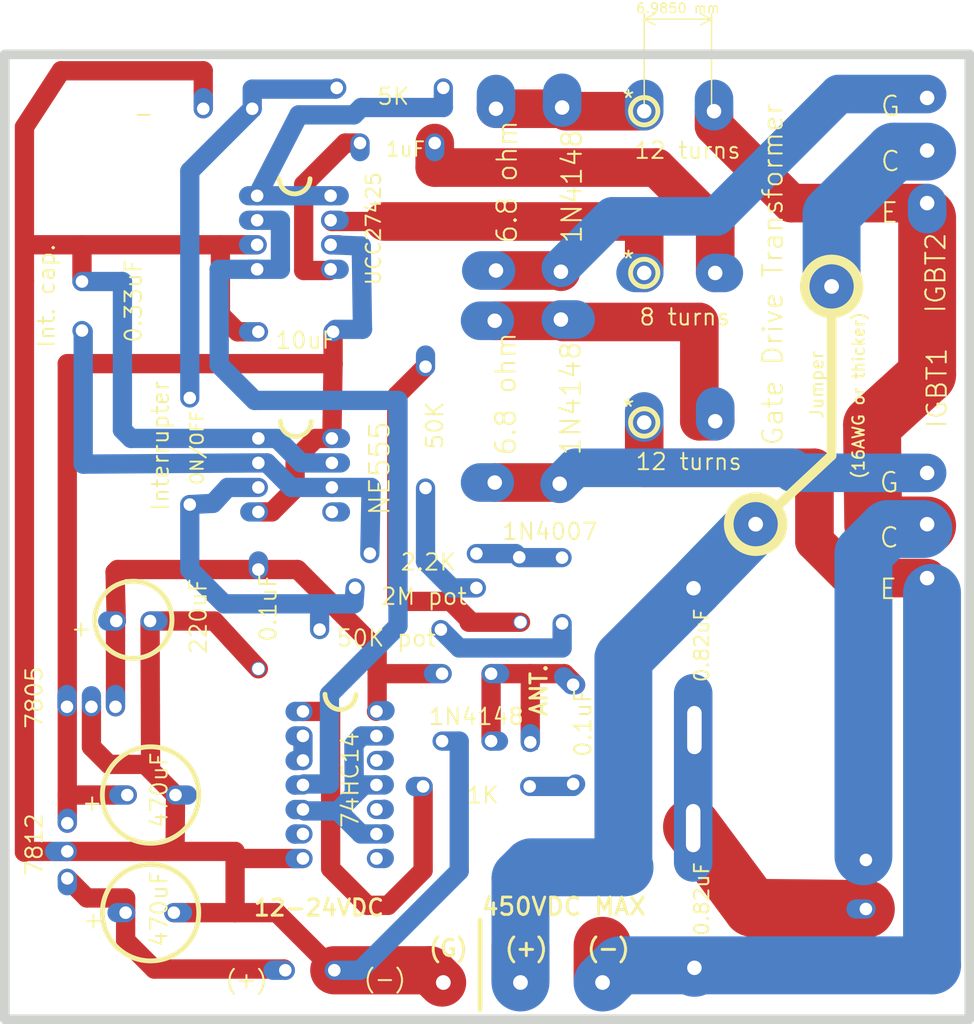
<source format=kicad_pcb>
(kicad_pcb (version 20211014) (generator pcbnew)
  (layers (0 "F.Cu" signal) (31 "B.Cu" signal) (34 "B.Paste" user) (35 "F.Paste" user) (36 "B.SilkS" user "B.Silkscreen") (37 "F.SilkS" user "F.Silkscreen") (38 "B.Mask" user) (39 "F.Mask" user) (44 "Edge.Cuts" user))
  (net 0 "")
  (net 1 "S$1295")
  (footprint "AutoGenerated:Pad_1.52mm" (layer "F.Cu") (at 153.924 115.57)
    (fp_text reference "" (at 0 0) (layer "F.SilkS") (effects (font (size 1.27 1.27))))
    (fp_text value "" (at 0 0) (layer "F.SilkS") (effects (font (size 1.27 1.27))))
    (pad "52" thru_hole rect locked (at 0 0) (size 1.524 1.524) (drill 1.3) (layers *.Cu *.Paste *.Mask) (net 1 "S$1295"))
  )
  (footprint "AutoGenerated:Pad_1.52mm" (layer "F.Cu") (at 170.942 114.3)
    (fp_text reference "" (at 0 0) (layer "F.SilkS") (effects (font (size 1.27 1.27))))
    (fp_text value "" (at 0 0) (layer "F.SilkS") (effects (font (size 1.27 1.27))))
    (pad "6" thru_hole rect locked (at 0 0) (size 1.524 5) (drill oval 1.5 5) (layers *.Cu *.Paste *.Mask) (net 1 "S$1295"))
  )
  (footprint "AutoGenerated:Pad_1.52mm" (layer "F.Cu") (at 170.815 124.46)
    (fp_text reference "" (at 0 0) (layer "F.SilkS") (effects (font (size 1.27 1.27))))
    (fp_text value "" (at 0 0) (layer "F.SilkS") (effects (font (size 1.27 1.27))))
    (pad "6" thru_hole rect locked (at 0 0) (size 1.524 5) (drill oval 1.5 5) (layers *.Cu *.Paste *.Mask) (net 1 "S$1295"))
  )
  (footprint "AutoGenerated:Pad_1.52mm" (layer "F.Cu") (at 125.603 58.928)
    (fp_text reference "" (at 0 0) (layer "F.SilkS") (effects (font (size 1.27 1.27))))
    (fp_text value "" (at 0 0) (layer "F.SilkS") (effects (font (size 1.27 1.27))))
    (pad "25" thru_hole rect locked (at 0 0) (size 1.524 1.524) (drill 1.3) (layers *.Cu *.Paste *.Mask) (net 1 "S$1295"))
  )
  (footprint "AutoGenerated:Pad_1.52mm" (layer "F.Cu") (at 125.73 84.074)
    (fp_text reference "" (at 0 0) (layer "F.SilkS") (effects (font (size 1.27 1.27))))
    (fp_text value "" (at 0 0) (layer "F.SilkS") (effects (font (size 1.27 1.27))))
    (pad "25" thru_hole rect locked (at 0 0) (size 1.524 1.524) (drill 1.3) (layers *.Cu *.Paste *.Mask) (net 1 "S$1295"))
  )
  (footprint "AutoGenerated:Pad_1.52mm" (layer "F.Cu") (at 130.353 112.368)
    (fp_text reference "" (at 0 0) (layer "F.SilkS") (effects (font (size 1.27 1.27))))
    (fp_text value "" (at 0 0) (layer "F.SilkS") (effects (font (size 1.27 1.27))))
    (pad "25" thru_hole rect locked (at 0 0) (size 1.524 1.524) (drill 1.3) (layers *.Cu *.Paste *.Mask) (net 1 "S$1295"))
  )
  (gr_circle (center 114.554 121.031) (end 119.554 121.031) (layer "F.SilkS") (width 0.5) (fill none))
  (gr_line (start 148.717 133.985) (end 148.717 143.256) (layer "F.SilkS") (width 0.5))
  (gr_line (start 185.166 85.852) (end 185.166 71.247) (layer "F.SilkS") (width 1))
  (gr_arc (start 131.215 82.312) (mid 129.608107 83.875386) (end 128.016723 82.296217) (layer "F.SilkS") (width 0.5))
  (gr_circle (center 185.166 68.326) (end 187.96 68.326) (layer "F.SilkS") (width 1) (fill none))
  (gr_line (start 179.451 91.186) (end 185.166 85.852) (layer "F.SilkS") (width 1))
  (gr_circle (center 177.292 92.964) (end 180.086 92.964) (layer "F.SilkS") (width 1) (fill none))
  (gr_arc (start 131.088 57.166) (mid 129.481107 58.729386) (end 127.889723 57.150217) (layer "F.SilkS") (width 0.5))
  (gr_circle (center 165.735 66.929) (end 167.155 66.929) (layer "F.SilkS") (width 0.5) (fill none))
  (gr_arc (start 135.839 110.606) (mid 134.231125 112.170386) (end 132.638723 110.590252) (layer "F.SilkS") (width 0.5))
  (gr_circle (center 165.735 50.165) (end 167.155 50.165) (layer "F.SilkS") (width 0.5) (fill none))
  (gr_circle (center 114.554 133.223) (end 119.554 133.223) (layer "F.SilkS") (width 0.5) (fill none))
  (gr_circle (center 112.776 102.87) (end 116.776 102.87) (layer "F.SilkS") (width 0.5) (fill none))
  (gr_circle (center 165.735 82.423) (end 167.155 82.423) (layer "F.SilkS") (width 0.5) (fill none))
  (gr_line (start 152.22 144.272) (end 99.441 144.272) (layer "Edge.Cuts") (width 1))
  (gr_line (start 99.441 44.272) (end 199.441 44.272) (layer "Edge.Cuts") (width 1))
  (gr_line (start 99.441 144.272) (end 99.441 44.272) (layer "Edge.Cuts") (width 1))
  (gr_line (start 199.441 144.272) (end 152.22 144.272) (layer "Edge.Cuts") (width 1))
  (gr_line (start 199.441 44.272) (end 199.441 144.272) (layer "Edge.Cuts") (width 1))
  (gr_text "*" (at 163.322 80.899) (layer "F.SilkS") (effects (font (size 1.7 1.7) (thickness 0.203)) (justify left)))
  (gr_text "*" (at 163.322 48.895) (layer "F.SilkS") (effects (font (size 1.7 1.7) (thickness 0.203)) (justify left)))
  (gr_text "E" (at 189.992 99.695) (layer "F.SilkS") (effects (font (size 2.032 2.032) (thickness 0.203)) (justify left)))
  (gr_text "50K pot" (at 133.731 104.775) (layer "F.SilkS") (effects (font (size 1.7 1.7) (thickness 0.203)) (justify left)))
  (gr_text "6.8 ohm" (at 151.511 64.008 90) (layer "F.SilkS") (effects (font (size 2.032 2.032) (thickness 0.203)) (justify left)))
  (gr_text "(-)" (at 136.525 140.081) (layer "F.SilkS") (effects (font (size 1.7 1.7) (thickness 0.203)) (justify left)))
  (gr_text "12 turns" (at 164.592 54.229) (layer "F.SilkS") (effects (font (size 1.7 1.7) (thickness 0.203)) (justify left)))
  (gr_text "7805" (at 102.489 114.3 90) (layer "F.SilkS") (effects (font (size 1.7 1.7) (thickness 0.203)) (justify left)))
  (gr_text "IGBT1" (at 196.088 83.185 90) (layer "F.SilkS") (effects (font (size 2 2) (thickness 0.203)) (justify left)))
  (gr_text "1K" (at 147.193 121.031) (layer "F.SilkS") (effects (font (size 1.7 1.7) (thickness 0.203)) (justify left)))
  (gr_text "C" (at 189.992 94.361) (layer "F.SilkS") (effects (font (size 2.032 2.032) (thickness 0.203)) (justify left)))
  (gr_text "ANT." (at 154.813 113.03 90) (layer "F.SilkS") (effects (font (size 1.7 1.7) (thickness 0.3)) (justify left)))
  (gr_text "(G)" (at 143.256 136.906) (layer "F.SilkS") (effects (font (size 1.7 1.7) (thickness 0.3)) (justify left)))
  (gr_text "Int. cap." (at 103.759 74.803 90) (layer "F.SilkS") (effects (font (size 1.7 1.7) (thickness 0.203)) (justify left)))
  (gr_text "1uF" (at 138.811 54.102) (layer "F.SilkS") (effects (font (size 1.5 1.5) (thickness 0.203)) (justify left)))
  (gr_text "2M pot" (at 138.303 100.457) (layer "F.SilkS") (effects (font (size 1.7 1.7) (thickness 0.203)) (justify left)))
  (gr_text "1N4148" (at 143.256 112.903) (layer "F.SilkS") (effects (font (size 1.7 1.7) (thickness 0.203)) (justify left)))
  (gr_text "0.82uF" (at 171.704 109.474 90) (layer "F.SilkS") (effects (font (size 1.5 1.5) (thickness 0.203)) (justify left)))
  (gr_text "0.82uF" (at 171.704 135.763 90) (layer "F.SilkS") (effects (font (size 1.5 1.5) (thickness 0.203)) (justify left)))
  (gr_text "2.2K" (at 140.335 96.901) (layer "F.SilkS") (effects (font (size 1.7 1.7) (thickness 0.203)) (justify left)))
  (gr_text "(+)" (at 151.13 136.906) (layer "F.SilkS") (effects (font (size 1.7 1.7) (thickness 0.3)) (justify left)))
  (gr_text "1N4148" (at 158.115 85.979 90) (layer "F.SilkS") (effects (font (size 2.032 2.032) (thickness 0.203)) (justify left)))
  (gr_text "IGBT2" (at 195.961 71.247 90) (layer "F.SilkS") (effects (font (size 2 2) (thickness 0.203)) (justify left)))
  (gr_text "74HC14" (at 135.255 124.587 90) (layer "F.SilkS") (effects (font (size 1.7 1.7) (thickness 0.203)) (justify left)))
  (gr_text "220uF" (at 119.507 106.553 90) (layer "F.SilkS") (effects (font (size 1.7 1.7) (thickness 0.203)) (justify left)))
  (gr_text "Interrupter" (at 115.57 91.694 90) (layer "F.SilkS") (effects (font (size 1.7 1.7) (thickness 0.203)) (justify left)))
  (gr_text "(-)" (at 159.639 136.906) (layer "F.SilkS") (effects (font (size 1.7 1.7) (thickness 0.3)) (justify left)))
  (gr_text "Gate Drive Transformer" (at 179.07 84.963 90) (layer "F.SilkS") (effects (font (size 2.032 2.032) (thickness 0.203)) (justify left)))
  (gr_text "C" (at 190.119 55.361) (layer "F.SilkS") (effects (font (size 2.032 2.032) (thickness 0.203)) (justify left)))
  (gr_text "(+)" (at 122.174 140.208) (layer "F.SilkS") (effects (font (size 1.7 1.7) (thickness 0.203)) (justify left)))
  (gr_text "470uF" (at 115.443 136.906 90) (layer "F.SilkS") (effects (font (size 1.7 1.7) (thickness 0.203)) (justify left)))
  (gr_text "50K" (at 144.018 85.344 90) (layer "F.SilkS") (effects (font (size 1.7 1.7) (thickness 0.203)) (justify left)))
  (gr_text "0.1uF" (at 159.385 117.221 90) (layer "F.SilkS") (effects (font (size 1.7 1.7) (thickness 0.203)) (justify left)))
  (gr_text "0.1uF" (at 126.746 105.283 90) (layer "F.SilkS") (effects (font (size 1.7 1.7) (thickness 0.203)) (justify left)))
  (gr_text "*" (at 163.322 65.532) (layer "F.SilkS") (effects (font (size 1.7 1.7) (thickness 0.203)) (justify left)))
  (gr_text "E" (at 190.119 60.695) (layer "F.SilkS") (effects (font (size 2.032 2.032) (thickness 0.203)) (justify left)))
  (gr_text "10uF" (at 127.381 73.914) (layer "F.SilkS") (effects (font (size 1.7 1.7) (thickness 0.203)) (justify left)))
  (gr_text "+" (at 107.315 121.793) (layer "F.SilkS") (effects (font (size 1.7 1.7) (thickness 0.203)) (justify left)))
  (gr_text "8 turns" (at 165.1 71.501) (layer "F.SilkS") (effects (font (size 1.7 1.7) (thickness 0.203)) (justify left)))
  (gr_text "+" (at 106.172 103.759) (layer "F.SilkS") (effects (font (size 1.7 1.7) (thickness 0.203)) (justify left)))
  (gr_text "NE555" (at 138.303 92.202 90) (layer "F.SilkS") (effects (font (size 2.032 2.032) (thickness 0.203)) (justify left)))
  (gr_text "-" (at 112.649 50.419) (layer "F.SilkS") (effects (font (size 1.7 1.7) (thickness 0.203)) (justify left)))
  (gr_text "450VDC MAX" (at 148.717 132.588) (layer "F.SilkS") (effects (font (size 1.8 1.8) (thickness 0.3)) (justify left)))
  (gr_text "UCC27425" (at 137.668 68.326 90) (layer "F.SilkS") (effects (font (size 1.5 1.5) (thickness 0.203)) (justify left)))
  (gr_text "6.8 ohm" (at 151.384 85.979 90) (layer "F.SilkS") (effects (font (size 2.032 2.032) (thickness 0.203)) (justify left)))
  (gr_text "1N4148" (at 158.242 64.008 90) (layer "F.SilkS") (effects (font (size 2.032 2.032) (thickness 0.203)) (justify left)))
  (gr_text "5K" (at 137.922 48.641) (layer "F.SilkS") (effects (font (size 1.7 1.7) (thickness 0.203)) (justify left)))
  (gr_text "12 turns" (at 164.719 86.487) (layer "F.SilkS") (effects (font (size 1.7 1.7) (thickness 0.203)) (justify left)))
  (gr_text "(16AWG or thicker)" (at 187.96 88.392 90) (layer "F.SilkS") (effects (font (size 1.2 1.2) (thickness 0.203)) (justify left)))
  (gr_text "G" (at 189.992 88.646) (layer "F.SilkS") (effects (font (size 2.032 2.032) (thickness 0.203)) (justify left)))
  (gr_text "Jumper" (at 183.642 82.169 90) (layer "F.SilkS") (effects (font (size 1.3 1.3) (thickness 0.203)) (justify left)))
  (gr_text "0.33uF" (at 112.776 74.295 90) (layer "F.SilkS") (effects (font (size 1.7 1.7) (thickness 0.203)) (justify left)))
  (gr_text "+" (at 107.442 133.985) (layer "F.SilkS") (effects (font (size 1.7 1.7) (thickness 0.203)) (justify left)))
  (gr_text "470uF" (at 115.443 124.587 90) (layer "F.SilkS") (effects (font (size 1.7 1.7) (thickness 0.203)) (justify left)))
  (gr_text "12-24VDC" (at 125.095 132.715) (layer "F.SilkS") (effects (font (size 1.7 1.7) (thickness 0.3)) (justify left)))
  (gr_text "7812" (at 102.489 129.54 90) (layer "F.SilkS") (effects (font (size 1.7 1.7) (thickness 0.203)) (justify left)))
  (gr_text "ON/OFF" (at 119.38 89.027 90) (layer "F.SilkS") (effects (font (size 1.3 1.3) (thickness 0.203)) (justify left)))
  (gr_text "G" (at 190.119 49.646) (layer "F.SilkS") (effects (font (size 2.032 2.032) (thickness 0.203)) (justify left)))
  (gr_text "1N4007" (at 150.876 93.726) (layer "F.SilkS") (effects (font (size 1.7 1.7) (thickness 0.203)) (justify left)))
  (dimension (type aligned) (layer "F.SilkS") (pts (xy 165.735 50.165) (xy 172.72 50.165)) (height -9.525) (gr_text "6.9850 mm" (at 169.2275 39.49) (layer "F.SilkS") (effects (font (size 1 1) (thickness 0.15)))) (format (units 3) (units_format 1) (precision 4)) (style (thickness 0.15) (arrow_length 1.27) (text_position_mode 0) (extension_height 0.58642) (extension_offset 0.5) keep_text_aligned))
  (segment (start 129.54 86.233) (end 131.699 84.074) (width 2) (layer "F.Cu") (net 1))
  (segment (start 138.049 112.293) (end 137.973 112.367) (width 2) (layer "F.Cu") (net 1))
  (segment (start 128.397 139.065) (end 128.524 139.192) (width 2) (layer "F.Cu") (net 1))
  (segment (start 149.86 108.458) (end 149.86 115.443) (width 2) (layer "F.Cu") (net 1))
  (segment (start 165.735 66.929) (end 165.735 61.595) (width 4) (layer "F.Cu") (net 1))
  (segment (start 165.735 87.122) (end 165.735 82.423) (width 4) (layer "F.Cu") (net 1))
  (segment (start 123.571 73.025) (end 121.793 71.247) (width 2) (layer "F.Cu") (net 1))
  (segment (start 171.45 72.009) (end 157.353 72.009) (width 4) (layer "F.Cu") (net 1))
  (segment (start 133.477 73.025) (end 133.477 76.327) (width 2) (layer "F.Cu") (net 1))
  (segment (start 120.015 49.911) (end 120.015 45.974) (width 2) (layer "F.Cu") (net 1))
  (segment (start 112.141 121.031) (end 105.908 121.031) (width 2) (layer "F.Cu") (net 1))
  (segment (start 157.353 72.009) (end 157.099 71.755) (width 4) (layer "F.Cu") (net 1))
  (segment (start 133.223 128.651) (end 137.033 132.461) (width 2) (layer "F.Cu") (net 1))
  (segment (start 125.73 91.694) (end 127.127 91.694) (width 2) (layer "F.Cu") (net 1))
  (segment (start 150.368 49.911) (end 157.099 49.911) (width 4) (layer "F.Cu") (net 1))
  (segment (start 105.918 126.873) (end 101.559 126.873) (width 2) (layer "F.Cu") (net 1))
  (segment (start 189.357 82.677) (end 189.484 93.091) (width 6) (layer "F.Cu") (net 1))
  (segment (start 176.911 132.715) (end 188.722 132.842) (width 6) (layer "F.Cu") (net 1))
  (segment (start 105.918 76.327) (end 105.918 123.952) (width 2) (layer "F.Cu") (net 1))
  (segment (start 101.559 126.873) (end 101.473 126.959) (width 2) (layer "F.Cu") (net 1))
  (segment (start 153.924 115.57) (end 153.924 108.458) (width 2) (layer "F.Cu") (net 1))
  (segment (start 170.688 124.333) (end 176.911 132.715) (width 6) (layer "F.Cu") (net 1))
  (segment (start 195.072 93.102) (end 189.611 93.091) (width 6) (layer "F.Cu") (net 1))
  (segment (start 172.974 50.165) (end 172.974 51.689) (width 4) (layer "F.Cu") (net 1))
  (segment (start 157.226 49.784) (end 157.607 50.165) (width 4) (layer "F.Cu") (net 1))
  (segment (start 152.908 140.208) (end 152.908 136.652) (width 6) (layer "F.Cu") (net 1))
  (segment (start 133.477 76.327) (end 105.918 76.327) (width 2) (layer "F.Cu") (net 1))
  (segment (start 144.018 56.007) (end 144.018 53.467) (width 4) (layer "F.Cu") (net 1))
  (segment (start 111.967 131.699) (end 107.95 131.699) (width 2) (layer "F.Cu") (net 1))
  (segment (start 180.975 59.69) (end 195.072 59.69) (width 4) (layer "F.Cu") (net 1))
  (segment (start 144.78 108.458) (end 138.049 108.458) (width 2) (layer "F.Cu") (net 1))
  (segment (start 129.54 89.281) (end 129.54 86.233) (width 2) (layer "F.Cu") (net 1))
  (segment (start 157.48 108.458) (end 158.623 109.601) (width 2) (layer "F.Cu") (net 1))
  (segment (start 157.099 49.911) (end 157.226 49.784) (width 4) (layer "F.Cu") (net 1))
  (segment (start 113.967 117.856) (end 117.142 121.031) (width 2) (layer "F.Cu") (net 1))
  (segment (start 134.734 53.467) (end 130.429 57.772) (width 2) (layer "F.Cu") (net 1))
  (segment (start 117.142 121.031) (end 117.094 126.746) (width 2) (layer "F.Cu") (net 1))
  (segment (start 110.998 102.997) (end 110.871 97.917) (width 2) (layer "F.Cu") (net 1))
  (segment (start 187.198 98.552) (end 183.388 94.742) (width 4) (layer "F.Cu") (net 1))
  (segment (start 111.966 136.096) (end 114.935 139.065) (width 2) (layer "F.Cu") (net 1))
  (segment (start 133.35 61.595) (end 133.223 61.468) (width 2) (layer "F.Cu") (net 1))
  (segment (start 125.73 97.663) (end 129.794 97.663) (width 2) (layer "F.Cu") (net 1))
  (segment (start 195.072 98.552) (end 187.198 98.552) (width 4) (layer "F.Cu") (net 1))
  (segment (start 133.35 84.074) (end 133.477 76.327) (width 2) (layer "F.Cu") (net 1))
  (segment (start 157.607 50.165) (end 165.735 50.165) (width 4) (layer "F.Cu") (net 1))
  (segment (start 173.101 66.929) (end 173.101 62.103) (width 4) (layer "F.Cu") (net 1))
  (segment (start 150.241 88.646) (end 156.845 88.646) (width 4) (layer "F.Cu") (net 1))
  (segment (start 130.429 66.675) (end 133.096 66.675) (width 2) (layer "F.Cu") (net 1))
  (segment (start 150.241 71.882) (end 156.972 71.882) (width 4) (layer "F.Cu") (net 1))
  (segment (start 116.967 133.223) (end 123.317 133.223) (width 2) (layer "F.Cu") (net 1))
  (segment (start 149.86 108.458) (end 157.48 108.458) (width 2) (layer "F.Cu") (net 1))
  (segment (start 133.223 112.368) (end 133.223 128.651) (width 2) (layer "F.Cu") (net 1))
  (segment (start 142.812 128.842) (end 142.812 120.142) (width 2) (layer "F.Cu") (net 1))
  (segment (start 108.418 116.038) (end 110.236 117.856) (width 2) (layer "F.Cu") (net 1))
  (segment (start 110.919 111.887) (end 110.919 103.076) (width 2) (layer "F.Cu") (net 1))
  (segment (start 105.283 45.974) (end 101.473 51.816) (width 2) (layer "F.Cu") (net 1))
  (segment (start 172.974 51.689) (end 180.975 59.69) (width 4) (layer "F.Cu") (net 1))
  (segment (start 110.236 117.856) (end 113.967 117.856) (width 2) (layer "F.Cu") (net 1))
  (segment (start 111.125 97.663) (end 125.73 97.663) (width 2) (layer "F.Cu") (net 1))
  (segment (start 161.417 140.208) (end 161.417 136.652) (width 6) (layer "F.Cu") (net 1))
  (segment (start 110.919 103.076) (end 110.998 102.997) (width 2) (layer "F.Cu") (net 1))
  (segment (start 111.967 133.223) (end 111.967 131.699) (width 2) (layer "F.Cu") (net 1))
  (segment (start 114.935 139.065) (end 128.397 139.065) (width 2) (layer "F.Cu") (net 1))
  (segment (start 129.794 97.663) (end 138.049 105.918) (width 2) (layer "F.Cu") (net 1))
  (segment (start 114.498 102.997) (end 114.554 117.983) (width 2) (layer "F.Cu") (net 1))
  (segment (start 121.793 71.247) (end 121.793 64.008) (width 2) (layer "F.Cu") (net 1))
  (segment (start 165.735 61.595) (end 138.811 61.595) (width 4) (layer "F.Cu") (net 1))
  (segment (start 108.418 111.887) (end 108.418 116.038) (width 2) (layer "F.Cu") (net 1))
  (segment (start 121.158 102.997) (end 114.554 102.997) (width 2) (layer "F.Cu") (net 1))
  (segment (start 183.388 87.122) (end 165.735 87.122) (width 4) (layer "F.Cu") (net 1))
  (segment (start 123.317 126.873) (end 123.317 133.223) (width 2) (layer "F.Cu") (net 1))
  (segment (start 150.368 66.675) (end 156.972 66.675) (width 4) (layer "F.Cu") (net 1))
  (segment (start 107.442 64.008) (end 107.442 67.818) (width 2) (layer "F.Cu") (net 1))
  (segment (start 127.127 91.694) (end 129.54 89.281) (width 2) (layer "F.Cu") (net 1))
  (segment (start 173.101 82.296) (end 171.45 82.296) (width 4) (layer "F.Cu") (net 1))
  (segment (start 125.73 73.025) (end 123.571 73.025) (width 2) (layer "F.Cu") (net 1))
  (segment (start 145.669 100.965) (end 140.081 100.965) (width 2) (layer "F.Cu") (net 1))
  (segment (start 125.603 64.008) (end 101.6 64.008) (width 2) (layer "F.Cu") (net 1))
  (segment (start 173.101 62.103) (end 167.005 56.007) (width 4) (layer "F.Cu") (net 1))
  (segment (start 130.353 112.368) (end 133.223 112.368) (width 2) (layer "F.Cu") (net 1))
  (segment (start 125.73 107.95) (end 121.158 102.997) (width 2) (layer "F.Cu") (net 1))
  (segment (start 152.908 103.124) (end 147.574 103.124) (width 2) (layer "F.Cu") (net 1))
  (segment (start 130.429 57.772) (end 130.429 66.675) (width 2) (layer "F.Cu") (net 1))
  (segment (start 143.51 139.192) (end 144.78 140.462) (width 5) (layer "F.Cu") (net 1))
  (segment (start 101.473 51.816) (end 101.473 64.135) (width 2) (layer "F.Cu") (net 1))
  (segment (start 140.081 100.965) (end 140.081 79.629) (width 2) (layer "F.Cu") (net 1))
  (segment (start 110.871 97.917) (end 111.125 97.663) (width 2) (layer "F.Cu") (net 1))
  (segment (start 101.473 67.818) (end 101.473 126.916) (width 2) (layer "F.Cu") (net 1))
  (segment (start 140.081 79.629) (end 143.065 76.644) (width 2) (layer "F.Cu") (net 1))
  (segment (start 105.918 126.873) (end 123.317 126.873) (width 2) (layer "F.Cu") (net 1))
  (segment (start 183.388 94.742) (end 183.388 87.122) (width 4) (layer "F.Cu") (net 1))
  (segment (start 131.699 84.074) (end 133.35 84.074) (width 2) (layer "F.Cu") (net 1))
  (segment (start 136.271 53.467) (end 134.734 53.467) (width 2) (layer "F.Cu") (net 1))
  (segment (start 127.635 133.223) (end 133.604 139.192) (width 2) (layer "F.Cu") (net 1))
  (segment (start 167.005 56.007) (end 144.018 56.007) (width 4) (layer "F.Cu") (net 1))
  (segment (start 195.072 61.214) (end 195.072 77.47) (width 6) (layer "F.Cu") (net 1))
  (segment (start 111.966 133.223) (end 111.966 136.096) (width 2) (layer "F.Cu") (net 1))
  (segment (start 156.845 88.646) (end 156.972 88.773) (width 4) (layer "F.Cu") (net 1))
  (segment (start 133.604 139.192) (end 143.51 139.192) (width 5) (layer "F.Cu") (net 1))
  (segment (start 147.574 102.87) (end 145.669 100.965) (width 2) (layer "F.Cu") (net 1))
  (segment (start 137.033 132.461) (end 139.192 132.461) (width 2) (layer "F.Cu") (net 1))
  (segment (start 156.972 71.882) (end 157.099 71.755) (width 4) (layer "F.Cu") (net 1))
  (segment (start 101.473 64.135) (end 101.473 67.691) (width 2) (layer "F.Cu") (net 1))
  (segment (start 107.95 131.699) (end 105.918 129.667) (width 2) (layer "F.Cu") (net 1))
  (segment (start 133.096 66.675) (end 133.223 66.548) (width 2) (layer "F.Cu") (net 1))
  (segment (start 138.049 105.918) (end 138.049 112.293) (width 2) (layer "F.Cu") (net 1))
  (segment (start 139.192 132.461) (end 142.812 128.842) (width 2) (layer "F.Cu") (net 1))
  (segment (start 123.317 133.223) (end 127.635 133.223) (width 2) (layer "F.Cu") (net 1))
  (segment (start 147.574 103.124) (end 147.574 102.87) (width 2) (layer "F.Cu") (net 1))
  (segment (start 130.353 127.608) (end 123.317 127.608) (width 2) (layer "F.Cu") (net 1))
  (segment (start 195.072 77.47) (end 189.357 82.677) (width 6) (layer "F.Cu") (net 1))
  (segment (start 156.972 66.675) (end 157.099 66.802) (width 4) (layer "F.Cu") (net 1))
  (segment (start 138.811 61.595) (end 133.35 61.595) (width 2) (layer "F.Cu") (net 1))
  (segment (start 171.45 82.296) (end 171.45 72.009) (width 4) (layer "F.Cu") (net 1))
  (segment (start 120.015 45.974) (end 105.283 45.974) (width 2) (layer "F.Cu") (net 1))
  (via (at 150.368 66.675) (size 1.524) (drill 1.5) (layers "F.Cu" "B.Cu") (net 1))
  (via (at 188.722 127.762) (size 1.524) (drill 1.3) (layers "F.Cu" "B.Cu") (net 1))
  (via (at 158.369 119.888) (size 1.524) (drill 1.3) (layers "F.Cu" "B.Cu") (net 1))
  (via (at 137.973 119.988) (size 1.524) (drill 1.3) (layers "F.Cu" "B.Cu") (net 1))
  (via (at 133.223 58.928) (size 1.524) (drill 1.3) (layers "F.Cu" "B.Cu") (net 1))
  (via (at 137.973 125.068) (size 1.524) (drill 1.3) (layers "F.Cu" "B.Cu") (net 1))
  (via (at 142.812 120.142) (size 1.524) (drill 1.3) (layers "F.Cu" "B.Cu") (net 1))
  (via (at 133.35 89.154) (size 1.524) (drill 1.3) (layers "F.Cu" "B.Cu") (net 1))
  (via (at 133.477 73.025) (size 1.524) (drill 1.3) (layers "F.Cu" "B.Cu") (net 1))
  (via (at 130.353 125.068) (size 1.524) (drill 1.3) (layers "F.Cu" "B.Cu") (net 1))
  (via (at 144.653 103.886) (size 1.524) (drill 1.3) (layers "F.Cu" "B.Cu") (net 1))
  (via (at 125.73 89.154) (size 1.524) (drill 1.3) (layers "F.Cu" "B.Cu") (net 1))
  (via (at 125.73 73.025) (size 1.524) (drill 1.3) (layers "F.Cu" "B.Cu") (net 1))
  (via (at 135.763 99.568) (size 1.524) (drill 1.3) (layers "F.Cu" "B.Cu") (net 1))
  (via (at 112.141 121.031) (size 1.524) (drill 1.3) (layers "F.Cu" "B.Cu") (net 1))
  (via (at 170.942 138.938) (size 1.524) (drill 1.5) (layers "F.Cu" "B.Cu") (net 1))
  (via (at 195.072 98.552) (size 1.524) (drill 1.5) (layers "F.Cu" "B.Cu") (net 1))
  (via (at 144.907 140.462) (size 1.524) (drill 3) (layers "F.Cu" "B.Cu") (net 1))
  (via (at 170.847 99.601) (size 1.524) (drill 1.5) (layers "F.Cu" "B.Cu") (net 1))
  (via (at 150.241 71.882) (size 1.524) (drill 1.5) (layers "F.Cu" "B.Cu") (net 1))
  (via (at 149.86 108.458) (size 1.524) (drill 1.3) (layers "F.Cu" "B.Cu") (net 1))
  (via (at 118.618 79.883) (size 1.524) (drill 1.3) (layers "F.Cu" "B.Cu") (net 1))
  (via (at 125.73 97.663) (size 1.524) (drill 1.3) (layers "F.Cu" "B.Cu") (net 1))
  (via (at 157.226 49.784) (size 1.524) (drill 1.5) (layers "F.Cu" "B.Cu") (net 1))
  (via (at 177.292 92.964) (size 1.524) (drill 3) (layers "F.Cu" "B.Cu") (net 1))
  (via (at 132.08 103.886) (size 1.524) (drill 1.3) (layers "F.Cu" "B.Cu") (net 1))
  (via (at 195.072 48.79) (size 1.524) (drill 1.5) (layers "F.Cu" "B.Cu") (net 1))
  (via (at 137.973 127.608) (size 1.524) (drill 1.3) (layers "F.Cu" "B.Cu") (net 1))
  (via (at 105.918 129.667) (size 1.524) (drill 1.3) (layers "F.Cu" "B.Cu") (net 1))
  (via (at 148.336 99.568) (size 1.524) (drill 1.3) (layers "F.Cu" "B.Cu") (net 1))
  (via (at 195.072 92.964) (size 1.524) (drill 1.5) (layers "F.Cu" "B.Cu") (net 1))
  (via (at 133.35 91.694) (size 1.524) (drill 1.3) (layers "F.Cu" "B.Cu") (net 1))
  (via (at 144.907 47.752) (size 1.524) (drill 1.3) (layers "F.Cu" "B.Cu") (net 1))
  (via (at 195.072 54.24) (size 1.524) (drill 1.5) (layers "F.Cu" "B.Cu") (net 1))
  (via (at 195.072 87.652) (size 1.524) (drill 1.5) (layers "F.Cu" "B.Cu") (net 1))
  (via (at 125.603 64.008) (size 1.524) (drill 1.3) (layers "F.Cu" "B.Cu") (net 1))
  (via (at 137.287 96.012) (size 1.524) (drill 1.3) (layers "F.Cu" "B.Cu") (net 1))
  (via (at 152.781 96.393) (size 1.524) (drill 1.3) (layers "F.Cu" "B.Cu") (net 1))
  (via (at 185.166 68.326) (size 1.524) (drill 3) (layers "F.Cu" "B.Cu") (net 1))
  (via (at 156.972 88.773) (size 1.524) (drill 1.5) (layers "F.Cu" "B.Cu") (net 1))
  (via (at 116.967 133.223) (size 1.524) (drill 1.3) (layers "F.Cu" "B.Cu") (net 1))
  (via (at 137.973 114.908) (size 1.524) (drill 1.3) (layers "F.Cu" "B.Cu") (net 1))
  (via (at 157.099 71.755) (size 1.524) (drill 1.5) (layers "F.Cu" "B.Cu") (net 1))
  (via (at 137.973 122.528) (size 1.524) (drill 1.3) (layers "F.Cu" "B.Cu") (net 1))
  (via (at 125.73 107.95) (size 1.524) (drill 1.3) (layers "F.Cu" "B.Cu") (net 1))
  (via (at 173.101 82.296) (size 1.524) (drill 1.5) (layers "F.Cu" "B.Cu") (net 1))
  (via (at 105.885 111.887) (size 1.524) (drill 1.3) (layers "F.Cu" "B.Cu") (net 1))
  (via (at 108.418 111.887) (size 1.524) (drill 1.3) (layers "F.Cu" "B.Cu") (net 1))
  (via (at 161.417 140.462) (size 1.524) (drill 3) (layers "F.Cu" "B.Cu") (net 1))
  (via (at 157.217 96.432) (size 1.524) (drill 1.3) (layers "F.Cu" "B.Cu") (net 1))
  (via (at 157.226 103.251) (size 1.524) (drill 1.3) (layers "F.Cu" "B.Cu") (net 1))
  (via (at 157.099 66.802) (size 1.524) (drill 1.5) (layers "F.Cu" "B.Cu") (net 1))
  (via (at 125.603 61.468) (size 1.524) (drill 1.3) (layers "F.Cu" "B.Cu") (net 1))
  (via (at 125.73 86.614) (size 1.524) (drill 1.3) (layers "F.Cu" "B.Cu") (net 1))
  (via (at 143.065 89.217) (size 1.524) (drill 1.3) (layers "F.Cu" "B.Cu") (net 1))
  (via (at 152.908 140.462) (size 1.524) (drill 3) (layers "F.Cu" "B.Cu") (net 1))
  (via (at 117.141 121.031) (size 1.524) (drill 1.3) (layers "F.Cu" "B.Cu") (net 1))
  (via (at 125.73 91.694) (size 1.524) (drill 1.3) (layers "F.Cu" "B.Cu") (net 1))
  (via (at 114.498 102.997) (size 1.524) (drill 1.3) (layers "F.Cu" "B.Cu") (net 1))
  (via (at 149.86 115.443) (size 1.524) (drill 1.3) (layers "F.Cu" "B.Cu") (net 1))
  (via (at 107.442 67.818) (size 1.524) (drill 1.3) (layers "F.Cu" "B.Cu") (net 1))
  (via (at 165.735 50.165) (size 1.524) (drill 1.5) (layers "F.Cu" "B.Cu") (net 1))
  (via (at 137.973 112.368) (size 1.524) (drill 1.3) (layers "F.Cu" "B.Cu") (net 1))
  (via (at 105.918 126.873) (size 1.524) (drill 1.3) (layers "F.Cu" "B.Cu") (net 1))
  (via (at 133.223 64.008) (size 1.524) (drill 1.3) (layers "F.Cu" "B.Cu") (net 1))
  (via (at 107.442 72.898) (size 1.524) (drill 1.3) (layers "F.Cu" "B.Cu") (net 1))
  (via (at 130.353 117.448) (size 1.524) (drill 1.3) (layers "F.Cu" "B.Cu") (net 1))
  (via (at 130.353 127.608) (size 1.524) (drill 1.3) (layers "F.Cu" "B.Cu") (net 1))
  (via (at 118.618 90.932) (size 1.524) (drill 1.3) (layers "F.Cu" "B.Cu") (net 1))
  (via (at 130.353 119.988) (size 1.524) (drill 1.3) (layers "F.Cu" "B.Cu") (net 1))
  (via (at 195.072 59.69) (size 1.524) (drill 1.5) (layers "F.Cu" "B.Cu") (net 1))
  (via (at 125.095 49.911) (size 1.524) (drill 1.3) (layers "F.Cu" "B.Cu") (net 1))
  (via (at 173.101 66.929) (size 1.524) (drill 1.5) (layers "F.Cu" "B.Cu") (net 1))
  (via (at 165.735 82.423) (size 1.524) (drill 1.5) (layers "F.Cu" "B.Cu") (net 1))
  (via (at 144.78 108.458) (size 1.524) (drill 1.3) (layers "F.Cu" "B.Cu") (net 1))
  (via (at 130.353 114.908) (size 1.524) (drill 1.3) (layers "F.Cu" "B.Cu") (net 1))
  (via (at 144.78 115.443) (size 1.524) (drill 1.3) (layers "F.Cu" "B.Cu") (net 1))
  (via (at 111.967 133.223) (size 1.524) (drill 1.3) (layers "F.Cu" "B.Cu") (net 1))
  (via (at 150.368 49.911) (size 1.524) (drill 1.5) (layers "F.Cu" "B.Cu") (net 1))
  (via (at 133.604 139.192) (size 1.524) (drill 1.3) (layers "F.Cu" "B.Cu") (net 1))
  (via (at 136.271 53.467) (size 1.524) (drill 1.3) (layers "F.Cu" "B.Cu") (net 1))
  (via (at 152.908 103.124) (size 1.524) (drill 1.3) (layers "F.Cu" "B.Cu") (net 1))
  (via (at 105.918 123.952) (size 1.524) (drill 1.3) (layers "F.Cu" "B.Cu") (net 1))
  (via (at 158.369 109.601) (size 1.524) (drill 1.3) (layers "F.Cu" "B.Cu") (net 1))
  (via (at 133.223 61.468) (size 1.524) (drill 1.3) (layers "F.Cu" "B.Cu") (net 1))
  (via (at 130.353 122.528) (size 1.524) (drill 1.3) (layers "F.Cu" "B.Cu") (net 1))
  (via (at 110.918 111.887) (size 1.524) (drill 1.3) (layers "F.Cu" "B.Cu") (net 1))
  (via (at 153.861 120.142) (size 1.524) (drill 1.3) (layers "F.Cu" "B.Cu") (net 1))
  (via (at 133.223 66.548) (size 1.524) (drill 1.3) (layers "F.Cu" "B.Cu") (net 1))
  (via (at 133.35 86.614) (size 1.524) (drill 1.3) (layers "F.Cu" "B.Cu") (net 1))
  (via (at 133.35 84.074) (size 1.524) (drill 1.3) (layers "F.Cu" "B.Cu") (net 1))
  (via (at 133.858 47.752) (size 1.524) (drill 1.3) (layers "F.Cu" "B.Cu") (net 1))
  (via (at 144.018 53.467) (size 1.524) (drill 1.3) (layers "F.Cu" "B.Cu") (net 1))
  (via (at 143.065 76.644) (size 1.524) (drill 1.3) (layers "F.Cu" "B.Cu") (net 1))
  (via (at 150.241 88.646) (size 1.524) (drill 1.5) (layers "F.Cu" "B.Cu") (net 1))
  (via (at 148.336 96.012) (size 1.524) (drill 1.3) (layers "F.Cu" "B.Cu") (net 1))
  (via (at 172.974 50.165) (size 1.524) (drill 1.5) (layers "F.Cu" "B.Cu") (net 1))
  (via (at 165.735 66.929) (size 1.524) (drill 1.5) (layers "F.Cu" "B.Cu") (net 1))
  (via (at 137.973 117.448) (size 1.524) (drill 1.3) (layers "F.Cu" "B.Cu") (net 1))
  (via (at 110.998 102.997) (size 1.524) (drill 1.3) (layers "F.Cu" "B.Cu") (net 1))
  (via (at 125.603 66.548) (size 1.524) (drill 1.3) (layers "F.Cu" "B.Cu") (net 1))
  (via (at 120.015 49.911) (size 1.524) (drill 1.3) (layers "F.Cu" "B.Cu") (net 1))
  (via (at 188.722 132.842) (size 1.524) (drill 1.3) (layers "F.Cu" "B.Cu") (net 1))
  (via (at 128.524 139.192) (size 1.524) (drill 1.3) (layers "F.Cu" "B.Cu") (net 1))
  (segment (start 133.096 110.617) (end 133.096 119.888) (width 2) (layer "B.Cu") (net 1))
  (segment (start 158.623 109.601) (end 158.203 109.601) (width 2) (layer "B.Cu") (net 1))
  (segment (start 125.73 86.614) (end 107.569 86.741) (width 2) (layer "B.Cu") (net 1))
  (segment (start 137.414 89.154) (end 137.287 96.012) (width 2) (layer "B.Cu") (net 1))
  (segment (start 191.008 93.472) (end 188.468 96.012) (width 6) (layer "B.Cu") (net 1))
  (segment (start 121.666 66.548) (end 121.666 76.454) (width 2) (layer "B.Cu") (net 1))
  (segment (start 136.371 125.068) (end 133.985 122.682) (width 2) (layer "B.Cu") (net 1))
  (segment (start 173.228 61.065) (end 162.433 61.065) (width 4) (layer "B.Cu") (net 1))
  (segment (start 136.426 114.907) (end 135.636 115.824) (width 2) (layer "B.Cu") (net 1))
  (segment (start 188.722 132.842) (end 187.706 132.842) (width 2) (layer "B.Cu") (net 1))
  (segment (start 133.223 58.928) (end 134.112 58.928) (width 2) (layer "B.Cu") (net 1))
  (segment (start 195.072 48.387) (end 185.906 48.387) (width 4) (layer "B.Cu") (net 1))
  (segment (start 173.101 66.929) (end 173.99 66.929) (width 4) (layer "B.Cu") (net 1))
  (segment (start 138.759 119.988) (end 138.787 119.961) (width 2) (layer "B.Cu") (net 1))
  (segment (start 163.576 106.873) (end 170.848 99.601) (width 6) (layer "B.Cu") (net 1))
  (segment (start 158.369 120.142) (end 158.623 119.888) (width 2) (layer "B.Cu") (net 1))
  (segment (start 133.223 64.008) (end 134.112 64.008) (width 2) (layer "B.Cu") (net 1))
  (segment (start 154.051 128.524) (end 163.703 128.524) (width 6) (layer "B.Cu") (net 1))
  (segment (start 153.924 115.57) (end 153.924 114.681) (width 2) (layer "B.Cu") (net 1))
  (segment (start 136.679 119.988) (end 133.985 122.682) (width 2) (layer "B.Cu") (net 1))
  (segment (start 132.08 103.886) (end 132.08 101.219) (width 2) (layer "B.Cu") (net 1))
  (segment (start 136.271 139.192) (end 133.604 139.192) (width 2) (layer "B.Cu") (net 1))
  (segment (start 126.619 86.614) (end 129.159 89.154) (width 2) (layer "B.Cu") (net 1))
  (segment (start 152.4 96.012) (end 152.781 96.393) (width 2) (layer "B.Cu") (net 1))
  (segment (start 188.468 96.012) (end 188.468 127.381) (width 6) (layer "B.Cu") (net 1))
  (segment (start 165.735 66.929) (end 164.846 66.929) (width 4) (layer "B.Cu") (net 1))
  (segment (start 110.918 111.887) (end 110.918 110.617) (width 2) (layer "B.Cu") (net 1))
  (segment (start 156.972 88.773) (end 158.623 87.122) (width 4) (layer "B.Cu") (net 1))
  (segment (start 130.353 114.908) (end 129.567 114.908) (width 2) (layer "B.Cu") (net 1))
  (segment (start 125.73 91.694) (end 124.841 91.694) (width 2) (layer "B.Cu") (net 1))
  (segment (start 140.208 103.505) (end 133.096 110.617) (width 2) (layer "B.Cu") (net 1))
  (segment (start 173.101 82.296) (end 173.101 80.772) (width 4) (layer "B.Cu") (net 1))
  (segment (start 177.292 92.964) (end 170.848 99.601) (width 6) (layer "B.Cu") (net 1))
  (segment (start 118.618 97.663) (end 122.174 101.219) (width 2) (layer "B.Cu") (net 1))
  (segment (start 118.618 79.883) (end 118.618 56.388) (width 2) (layer "B.Cu") (net 1))
  (segment (start 105.918 123.952) (end 105.918 123.444) (width 2) (layer "B.Cu") (net 1))
  (segment (start 118.618 90.932) (end 121.031 90.805) (width 2) (layer "B.Cu") (net 1))
  (segment (start 112.522 84.074) (end 111.633 83.185) (width 2) (layer "B.Cu") (net 1))
  (segment (start 130.353 112.368) (end 129.567 112.368) (width 2) (layer "B.Cu") (net 1))
  (segment (start 150.368 66.675) (end 148.844 66.675) (width 4) (layer "B.Cu") (net 1))
  (segment (start 149.86 108.458) (end 150.749 108.458) (width 2) (layer "B.Cu") (net 1))
  (segment (start 158.623 87.122) (end 181.102 87.122) (width 4) (layer "B.Cu") (net 1))
  (segment (start 108.418 111.887) (end 108.418 110.744) (width 2) (layer "B.Cu") (net 1))
  (segment (start 130.353 117.448) (end 129.567 117.448) (width 2) (layer "B.Cu") (net 1))
  (segment (start 162.433 61.065) (end 157.099 66.399) (width 4) (layer "B.Cu") (net 1))
  (segment (start 129.159 89.154) (end 133.35 89.154) (width 2) (layer "B.Cu") (net 1))
  (segment (start 181.102 87.63) (end 195.072 87.652) (width 4) (layer "B.Cu") (net 1))
  (segment (start 130.353 114.908) (end 130.353 117.448) (width 2) (layer "B.Cu") (net 1))
  (segment (start 157.217 96.432) (end 152.82 96.432) (width 2) (layer "B.Cu") (net 1))
  (segment (start 130.353 122.528) (end 129.567 122.528) (width 2) (layer "B.Cu") (net 1))
  (segment (start 170.815 128.016) (end 170.815 110.49) (width 4) (layer "B.Cu") (net 1))
  (segment (start 142.025 120.142) (end 141.998 120.169) (width 2) (layer "B.Cu") (net 1))
  (segment (start 138.835 112.292) (end 138.862 112.265) (width 2) (layer "B.Cu") (net 1))
  (segment (start 133.223 66.548) (end 134.112 66.548) (width 2) (layer "B.Cu") (net 1))
  (segment (start 144.907 49.784) (end 136.398 49.784) (width 2) (layer "B.Cu") (net 1))
  (segment (start 121.666 76.454) (end 125.349 80.137) (width 2) (layer "B.Cu") (net 1))
  (segment (start 135.636 101.219) (end 135.763 99.568) (width 2) (layer "B.Cu") (net 1))
  (segment (start 195.072 54.356) (end 191.632 54.356) (width 6) (layer "B.Cu") (net 1))
  (segment (start 130.353 125.068) (end 129.567 125.068) (width 2) (layer "B.Cu") (net 1))
  (segment (start 121.031 90.805) (end 122.555 89.154) (width 2) (layer "B.Cu") (net 1))
  (segment (start 194.691 93.472) (end 191.008 93.472) (width 6) (layer "B.Cu") (net 1))
  (segment (start 125.73 73.025) (end 124.714 73.025) (width 2) (layer "B.Cu") (net 1))
  (segment (start 117.141 121.031) (end 118.364 121.031) (width 2) (layer "B.Cu") (net 1))
  (segment (start 137.973 114.908) (end 138.759 114.908) (width 2) (layer "B.Cu") (net 1))
  (segment (start 163.195 138.684) (end 161.417 140.462) (width 6) (layer "B.Cu") (net 1))
  (segment (start 157.226 105.791) (end 146.558 105.791) (width 2) (layer "B.Cu") (net 1))
  (segment (start 125.73 97.663) (end 125.73 96.774) (width 2) (layer "B.Cu") (net 1))
  (segment (start 136.398 64.135) (end 136.525 72.771) (width 2) (layer "B.Cu") (net 1))
  (segment (start 125.73 84.074) (end 112.522 84.074) (width 2) (layer "B.Cu") (net 1))
  (segment (start 116.967 133.223) (end 117.856 133.223) (width 2) (layer "B.Cu") (net 1))
  (segment (start 127.635 84.074) (end 130.175 86.614) (width 2) (layer "B.Cu") (net 1))
  (segment (start 157.099 71.755) (end 158.623 71.755) (width 4) (layer "B.Cu") (net 1))
  (segment (start 195.58 138.684) (end 171.577 138.684) (width 6) (layer "B.Cu") (net 1))
  (segment (start 105.918 129.667) (end 105.918 130.429) (width 2) (layer "B.Cu") (net 1))
  (segment (start 130.353 119.988) (end 129.567 119.988) (width 2) (layer "B.Cu") (net 1))
  (segment (start 125.095 47.879) (end 133.731 47.879) (width 2) (layer "B.Cu") (net 1))
  (segment (start 144.78 108.458) (end 143.891 108.458) (width 2) (layer "B.Cu") (net 1))
  (segment (start 185.166 60.822) (end 185.166 68.326) (width 6) (layer "B.Cu") (net 1))
  (segment (start 133.731 72.771) (end 133.477 73.025) (width 2) (layer "B.Cu") (net 1))
  (segment (start 137.973 125.068) (end 138.759 125.068) (width 2) (layer "B.Cu") (net 1))
  (segment (start 107.569 73.025) (end 107.442 72.898) (width 2) (layer "B.Cu") (net 1))
  (segment (start 125.095 49.911) (end 125.095 47.879) (width 2) (layer "B.Cu") (net 1))
  (segment (start 136.525 72.771) (end 133.731 72.771) (width 2) (layer "B.Cu") (net 1))
  (segment (start 133.35 86.614) (end 134.239 86.614) (width 2) (layer "B.Cu") (net 1))
  (segment (start 125.603 58.928) (end 124.714 58.928) (width 2) (layer "B.Cu") (net 1))
  (segment (start 133.223 61.468) (end 134.112 61.468) (width 2) (layer "B.Cu") (net 1))
  (segment (start 137.973 119.988) (end 138.759 119.988) (width 2) (layer "B.Cu") (net 1))
  (segment (start 138.759 122.528) (end 138.787 122.501) (width 2) (layer "B.Cu") (net 1))
  (segment (start 129.567 119.988) (end 129.54 120.015) (width 2) (layer "B.Cu") (net 1))
  (segment (start 195.58 100.076) (end 195.58 138.684) (width 6) (layer "B.Cu") (net 1))
  (segment (start 130.353 127.608) (end 129.567 127.608) (width 2) (layer "B.Cu") (net 1))
  (segment (start 133.35 84.074) (end 134.239 84.074) (width 2) (layer "B.Cu") (net 1))
  (segment (start 148.336 96.012) (end 152.4 96.012) (width 2) (layer "B.Cu") (net 1))
  (segment (start 105.918 126.873) (end 104.607 126.873) (width 2) (layer "B.Cu") (net 1))
  (segment (start 153.861 120.142) (end 158.369 120.142) (width 2) (layer "B.Cu") (net 1))
  (segment (start 133.731 47.879) (end 133.858 47.752) (width 2) (layer "B.Cu") (net 1))
  (segment (start 125.603 66.548) (end 121.666 66.548) (width 2) (layer "B.Cu") (net 1))
  (segment (start 195.072 59.69) (end 195.072 60.833) (width 4) (layer "B.Cu") (net 1))
  (segment (start 125.603 61.468) (end 124.714 61.468) (width 2) (layer "B.Cu") (net 1))
  (segment (start 137.973 119.988) (end 136.679 119.988) (width 2) (layer "B.Cu") (net 1))
  (segment (start 133.985 122.682) (end 130.507 122.682) (width 2) (layer "B.Cu") (net 1))
  (segment (start 145.796 99.568) (end 148.336 99.568) (width 2) (layer "B.Cu") (net 1))
  (segment (start 157.226 49.784) (end 157.226 48.26) (width 4) (layer "B.Cu") (net 1))
  (segment (start 163.576 128.524) (end 163.576 106.873) (width 6) (layer "B.Cu") (net 1))
  (segment (start 129.567 112.368) (end 129.54 112.395) (width 2) (layer "B.Cu") (net 1))
  (segment (start 171.577 138.684) (end 170.942 138.938) (width 6) (layer "B.Cu") (net 1))
  (segment (start 144.907 47.752) (end 144.907 49.784) (width 2) (layer "B.Cu") (net 1))
  (segment (start 111.633 83.185) (end 111.633 67.818) (width 2) (layer "B.Cu") (net 1))
  (segment (start 120.015 49.911) (end 120.015 48.768) (width 2) (layer "B.Cu") (net 1))
  (segment (start 172.974 50.165) (end 172.974 48.895) (width 4) (layer "B.Cu") (net 1))
  (segment (start 146.558 128.905) (end 136.271 139.192) (width 2) (layer "B.Cu") (net 1))
  (segment (start 122.174 101.219) (end 135.636 101.219) (width 2) (layer "B.Cu") (net 1))
  (segment (start 138.759 117.448) (end 138.787 117.421) (width 2) (layer "B.Cu") (net 1))
  (segment (start 165.735 50.165) (end 165.735 48.895) (width 4) (layer "B.Cu") (net 1))
  (segment (start 133.35 91.694) (end 134.239 91.694) (width 2) (layer "B.Cu") (net 1))
  (segment (start 143.065 96.838) (end 145.796 99.568) (width 2) (layer "B.Cu") (net 1))
  (segment (start 130.454 119.888) (end 130.353 119.987) (width 2) (layer "B.Cu") (net 1))
  (segment (start 136.271 53.467) (end 136.271 54.356) (width 2) (layer "B.Cu") (net 1))
  (segment (start 129.921 50.546) (end 125.603 58.928) (width 2) (layer "B.Cu") (net 1))
  (segment (start 137.973 117.448) (end 138.759 117.448) (width 2) (layer "B.Cu") (net 1))
  (segment (start 125.73 84.074) (end 127.635 84.074) (width 2) (layer "B.Cu") (net 1))
  (segment (start 157.226 103.251) (end 157.226 105.791) (width 2) (layer "B.Cu") (net 1))
  (segment (start 149.86 115.443) (end 150.622 115.443) (width 2) (layer "B.Cu") (net 1))
  (segment (start 118.618 90.932) (end 118.618 97.663) (width 2) (layer "B.Cu") (net 1))
  (segment (start 125.603 66.548) (end 128.016 66.548) (width 2) (layer "B.Cu") (net 1))
  (segment (start 165.735 82.423) (end 165.735 81.28) (width 4) (layer "B.Cu") (net 1))
  (segment (start 128.016 66.548) (end 128.016 61.468) (width 2) (layer "B.Cu") (net 1))
  (segment (start 144.78 115.443) (end 146.558 115.443) (width 2) (layer "B.Cu") (net 1))
  (segment (start 142.812 120.142) (end 142.025 120.142) (width 2) (layer "B.Cu") (net 1))
  (segment (start 191.632 54.356) (end 185.166 60.822) (width 6) (layer "B.Cu") (net 1))
  (segment (start 144.018 53.467) (end 144.018 54.356) (width 2) (layer "B.Cu") (net 1))
  (segment (start 122.555 89.154) (end 125.73 89.154) (width 2) (layer "B.Cu") (net 1))
  (segment (start 112.141 121.031) (end 111.252 121.031) (width 2) (layer "B.Cu") (net 1))
  (segment (start 133.223 58.928) (end 125.603 58.928) (width 2) (layer "B.Cu") (net 1))
  (segment (start 135.636 115.824) (end 135.683 120.984) (width 2) (layer "B.Cu") (net 1))
  (segment (start 143.065 89.217) (end 143.065 96.838) (width 2) (layer "B.Cu") (net 1))
  (segment (start 150.368 49.911) (end 150.368 48.387) (width 4) (layer "B.Cu") (net 1))
  (segment (start 130.507 122.682) (end 130.353 122.528) (width 2) (layer "B.Cu") (net 1))
  (segment (start 152.908 129.667) (end 154.051 128.524) (width 6) (layer "B.Cu") (net 1))
  (segment (start 130.175 86.614) (end 133.35 86.614) (width 2) (layer "B.Cu") (net 1))
  (segment (start 137.973 127.608) (end 138.759 127.608) (width 2) (layer "B.Cu") (net 1))
  (segment (start 111.633 67.818) (end 107.442 67.818) (width 2) (layer "B.Cu") (net 1))
  (segment (start 105.885 111.887) (end 105.885 110.617) (width 2) (layer "B.Cu") (net 1))
  (segment (start 150.241 71.882) (end 148.717 71.882) (width 4) (layer "B.Cu") (net 1))
  (segment (start 143.065 76.644) (end 143.065 75.438) (width 2) (layer "B.Cu") (net 1))
  (segment (start 138.049 112.292) (end 138.835 112.292) (width 2) (layer "B.Cu") (net 1))
  (segment (start 152.82 96.432) (end 152.781 96.393) (width 2) (layer "B.Cu") (net 1))
  (segment (start 107.569 86.741) (end 107.569 73.025) (width 2) (layer "B.Cu") (net 1))
  (segment (start 128.016 61.468) (end 125.603 61.468) (width 2) (layer "B.Cu") (net 1))
  (segment (start 114.498 102.997) (end 115.316 102.997) (width 2) (layer "B.Cu") (net 1))
  (segment (start 146.558 115.443) (end 146.558 128.905) (width 2) (layer "B.Cu") (net 1))
  (segment (start 146.558 105.791) (end 144.653 103.886) (width 2) (layer "B.Cu") (net 1))
  (segment (start 125.349 80.137) (end 140.208 80.137) (width 2) (layer "B.Cu") (net 1))
  (segment (start 129.567 117.448) (end 129.54 117.475) (width 2) (layer "B.Cu") (net 1))
  (segment (start 128.524 139.192) (end 127.254 139.192) (width 2) (layer "B.Cu") (net 1))
  (segment (start 135.636 50.546) (end 129.921 50.546) (width 2) (layer "B.Cu") (net 1))
  (segment (start 158.203 109.601) (end 157.389 108.788) (width 2) (layer "B.Cu") (net 1))
  (segment (start 137.973 114.907) (end 136.426 114.907) (width 2) (layer "B.Cu") (net 1))
  (segment (start 150.241 88.646) (end 148.717 88.646) (width 4) (layer "B.Cu") (net 1))
  (segment (start 133.35 89.154) (end 137.414 89.154) (width 2) (layer "B.Cu") (net 1))
  (segment (start 129.567 114.908) (end 129.54 114.935) (width 2) (layer "B.Cu") (net 1))
  (segment (start 111.967 133.223) (end 111.078 133.223) (width 2) (layer "B.Cu") (net 1))
  (segment (start 137.973 125.068) (end 136.371 125.068) (width 2) (layer "B.Cu") (net 1))
  (segment (start 171.196 138.684) (end 163.195 138.684) (width 6) (layer "B.Cu") (net 1))
  (segment (start 137.973 122.528) (end 138.759 122.528) (width 2) (layer "B.Cu") (net 1))
  (segment (start 129.567 127.608) (end 129.54 127.635) (width 2) (layer "B.Cu") (net 1))
  (segment (start 138.759 125.068) (end 138.787 125.041) (width 2) (layer "B.Cu") (net 1))
  (segment (start 118.618 56.388) (end 125.095 49.911) (width 2) (layer "B.Cu") (net 1))
  (segment (start 136.398 49.784) (end 135.636 50.546) (width 2) (layer "B.Cu") (net 1))
  (segment (start 110.998 102.997) (end 110.109 102.997) (width 2) (layer "B.Cu") (net 1))
  (segment (start 129.567 122.528) (end 129.54 122.555) (width 2) (layer "B.Cu") (net 1))
  (segment (start 133.096 119.888) (end 130.454 119.888) (width 2) (layer "B.Cu") (net 1))
  (segment (start 129.567 125.068) (end 129.54 125.095) (width 2) (layer "B.Cu") (net 1))
  (segment (start 133.223 64.008) (end 136.398 64.135) (width 2) (layer "B.Cu") (net 1))
  (segment (start 138.759 127.608) (end 138.787 127.581) (width 2) (layer "B.Cu") (net 1))
  (segment (start 140.208 80.137) (end 140.208 103.505) (width 2) (layer "B.Cu") (net 1))
  (segment (start 125.73 86.614) (end 126.619 86.614) (width 2) (layer "B.Cu") (net 1))
  (segment (start 138.759 114.908) (end 138.787 114.881) (width 2) (layer "B.Cu") (net 1))
  (segment (start 125.603 64.008) (end 124.714 64.008) (width 2) (layer "B.Cu") (net 1))
  (segment (start 152.908 140.462) (end 152.908 129.667) (width 6) (layer "B.Cu") (net 1))
  (segment (start 125.603 66.548) (end 124.714 66.548) (width 2) (layer "B.Cu") (net 1))
  (segment (start 185.906 48.387) (end 173.228 61.065) (width 4) (layer "B.Cu") (net 1))
)
</source>
